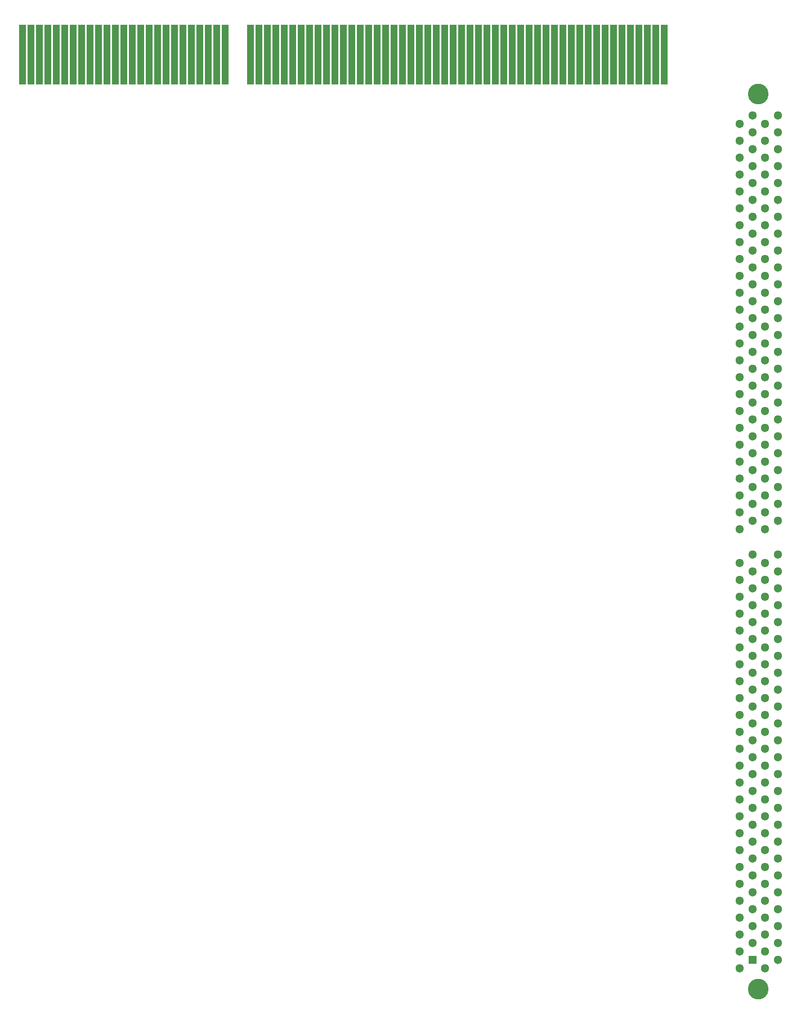
<source format=gbr>
%TF.GenerationSoftware,KiCad,Pcbnew,(5.1.6)-1*%
%TF.CreationDate,2023-02-01T13:27:27-05:00*%
%TF.ProjectId,A1200-adapter,41313230-302d-4616-9461-707465722e6b,rev?*%
%TF.SameCoordinates,Original*%
%TF.FileFunction,Soldermask,Top*%
%TF.FilePolarity,Negative*%
%FSLAX46Y46*%
G04 Gerber Fmt 4.6, Leading zero omitted, Abs format (unit mm)*
G04 Created by KiCad (PCBNEW (5.1.6)-1) date 2023-02-01 13:27:27*
%MOMM*%
%LPD*%
G01*
G04 APERTURE LIST*
%ADD10C,1.300000*%
%ADD11R,1.300000X1.300000*%
%ADD12C,3.100000*%
%ADD13R,0.100000X0.100000*%
%ADD14R,1.000000X9.100000*%
G04 APERTURE END LIST*
D10*
%TO.C,CON1*%
X161173000Y-104135000D03*
X157363000Y-104135000D03*
X159268000Y-105405000D03*
X155458000Y-105405000D03*
X155458000Y-102865000D03*
X159268000Y-102865000D03*
X157363000Y-101595000D03*
X161173000Y-101595000D03*
X161173000Y-96515000D03*
X157363000Y-96515000D03*
X159268000Y-97785000D03*
X155458000Y-97785000D03*
X155458000Y-100325000D03*
X159268000Y-100325000D03*
X157363000Y-99055000D03*
X161173000Y-99055000D03*
X161173000Y-88895000D03*
X157363000Y-88895000D03*
X159268000Y-90165000D03*
X155458000Y-90165000D03*
X155458000Y-87625000D03*
X159268000Y-87625000D03*
X157363000Y-86355000D03*
X161173000Y-86355000D03*
X161173000Y-91435000D03*
X157363000Y-91435000D03*
X159268000Y-92705000D03*
X155458000Y-92705000D03*
X155458000Y-95245000D03*
X159268000Y-95245000D03*
X157363000Y-93975000D03*
X161173000Y-93975000D03*
X161173000Y-73655000D03*
X157363000Y-73655000D03*
X159268000Y-74925000D03*
X155458000Y-74925000D03*
X155458000Y-72385000D03*
X159268000Y-72385000D03*
X157363000Y-71115000D03*
X161173000Y-71115000D03*
X161173000Y-66035000D03*
X157363000Y-66035000D03*
X159268000Y-67305000D03*
X155458000Y-67305000D03*
X155458000Y-69845000D03*
X159268000Y-69845000D03*
X157363000Y-68575000D03*
X161173000Y-68575000D03*
X161173000Y-78735000D03*
X157363000Y-78735000D03*
X159268000Y-80005000D03*
X155458000Y-80005000D03*
X155458000Y-77465000D03*
X159268000Y-77465000D03*
X157363000Y-76195000D03*
X161173000Y-76195000D03*
X161173000Y-81275000D03*
X157363000Y-81275000D03*
X159268000Y-82545000D03*
X155458000Y-82545000D03*
X155458000Y-85085000D03*
X159268000Y-85085000D03*
X157363000Y-83815000D03*
X161173000Y-83815000D03*
X161173000Y-60955000D03*
X157363000Y-60955000D03*
X159268000Y-62225000D03*
X155458000Y-62225000D03*
X155458000Y-59685000D03*
X159268000Y-59685000D03*
X157363000Y-58415000D03*
X161173000Y-58415000D03*
X161173000Y-53335000D03*
X157363000Y-53335000D03*
X159268000Y-54605000D03*
X155458000Y-54605000D03*
X155458000Y-57145000D03*
X159268000Y-57145000D03*
X157363000Y-55875000D03*
X161173000Y-55875000D03*
X161173000Y-45715000D03*
X157363000Y-45715000D03*
X159268000Y-46985000D03*
X155458000Y-46985000D03*
X155458000Y-44445000D03*
X159268000Y-44445000D03*
X157363000Y-43175000D03*
X161173000Y-43175000D03*
X161173000Y-48255000D03*
X157363000Y-48255000D03*
X159268000Y-49525000D03*
X155458000Y-49525000D03*
X155458000Y-52065000D03*
X159268000Y-52065000D03*
X157363000Y-50795000D03*
X161173000Y-50795000D03*
X161173000Y-63495000D03*
X157363000Y-63495000D03*
X159268000Y-64765000D03*
X155458000Y-64765000D03*
X155458000Y-130805000D03*
X159268000Y-130805000D03*
X157363000Y-129535000D03*
X161173000Y-129535000D03*
X161173000Y-116835000D03*
X157363000Y-116835000D03*
X159268000Y-118105000D03*
X155458000Y-118105000D03*
X155458000Y-115565000D03*
X159268000Y-115565000D03*
X157363000Y-114295000D03*
X161173000Y-114295000D03*
X161173000Y-109215000D03*
X157363000Y-109215000D03*
X159268000Y-110485000D03*
X155458000Y-110485000D03*
X155458000Y-113025000D03*
X159268000Y-113025000D03*
X157363000Y-111755000D03*
X161173000Y-111755000D03*
X161173000Y-121915000D03*
X157363000Y-121915000D03*
X159268000Y-123185000D03*
X155458000Y-123185000D03*
X155458000Y-120645000D03*
X159268000Y-120645000D03*
X157363000Y-119375000D03*
X161173000Y-119375000D03*
X161173000Y-124455000D03*
X157363000Y-124455000D03*
X159268000Y-125725000D03*
X155458000Y-125725000D03*
X155458000Y-128265000D03*
X159268000Y-128265000D03*
X157363000Y-126995000D03*
X161173000Y-126995000D03*
X161173000Y-149855000D03*
X157363000Y-149855000D03*
X159268000Y-151125000D03*
X155458000Y-151125000D03*
X155458000Y-148585000D03*
X159268000Y-148585000D03*
X157363000Y-147315000D03*
X161173000Y-147315000D03*
X161173000Y-142235000D03*
X157363000Y-142235000D03*
X159268000Y-143505000D03*
X155458000Y-143505000D03*
X155458000Y-146045000D03*
X159268000Y-146045000D03*
X157363000Y-144775000D03*
X161173000Y-144775000D03*
X161173000Y-134615000D03*
X157363000Y-134615000D03*
X159268000Y-135885000D03*
X155458000Y-135885000D03*
X155458000Y-133345000D03*
X159268000Y-133345000D03*
X157363000Y-132075000D03*
X161173000Y-132075000D03*
X161173000Y-137155000D03*
X157363000Y-137155000D03*
X159268000Y-138425000D03*
X155458000Y-138425000D03*
X155458000Y-140965000D03*
X159268000Y-140965000D03*
X157363000Y-139695000D03*
X161173000Y-139695000D03*
X161173000Y-160015000D03*
X157363000Y-160015000D03*
X159268000Y-161285000D03*
X155458000Y-161285000D03*
X155458000Y-158745000D03*
X159268000Y-158745000D03*
X157363000Y-157475000D03*
X161173000Y-157475000D03*
X161173000Y-152395000D03*
X157363000Y-152395000D03*
X159268000Y-153665000D03*
X155458000Y-153665000D03*
X155458000Y-156205000D03*
X159268000Y-156205000D03*
X157363000Y-154935000D03*
X161173000Y-154935000D03*
X161173000Y-165095000D03*
X157363000Y-165095000D03*
X159268000Y-166365000D03*
X155458000Y-166365000D03*
X155458000Y-163825000D03*
X159268000Y-163825000D03*
X157363000Y-162555000D03*
X161173000Y-162555000D03*
X161173000Y-167635000D03*
X157363000Y-167635000D03*
X159268000Y-168905000D03*
X155458000Y-168905000D03*
X155458000Y-171445000D03*
X159268000Y-171445000D03*
D11*
X157363000Y-170175000D03*
D10*
X161173000Y-170175000D03*
D12*
X158252000Y-40000000D03*
X158252000Y-174620000D03*
%TD*%
D13*
%TO.C,CON2*%
X47576700Y-34005500D03*
D14*
X70436700Y-34005500D03*
X61546700Y-34005500D03*
X52656700Y-34005500D03*
X66626700Y-34005500D03*
X60276700Y-34005500D03*
X55196700Y-34005500D03*
X71706700Y-34005500D03*
X78056700Y-34005500D03*
X48846700Y-34005500D03*
X56466700Y-34005500D03*
X74246700Y-34005500D03*
X65356700Y-34005500D03*
X53926700Y-34005500D03*
X69166700Y-34005500D03*
X62816700Y-34005500D03*
X50116700Y-34005500D03*
X51386700Y-34005500D03*
X76786700Y-34005500D03*
X75516700Y-34005500D03*
X72976700Y-34005500D03*
X67896700Y-34005500D03*
X64086700Y-34005500D03*
X59006700Y-34005500D03*
X57736700Y-34005500D03*
X131396700Y-34005500D03*
X139016700Y-34005500D03*
X130126700Y-34005500D03*
X132666700Y-34005500D03*
X140286700Y-34005500D03*
X135206700Y-34005500D03*
X136476700Y-34005500D03*
X142826700Y-34005500D03*
X133936700Y-34005500D03*
X141556700Y-34005500D03*
D13*
X144096700Y-34005500D03*
D14*
X144096700Y-34005500D03*
X137746700Y-34005500D03*
X104726700Y-34005500D03*
X84406700Y-34005500D03*
X107266700Y-34005500D03*
X94566700Y-34005500D03*
X118696700Y-34005500D03*
X98376700Y-34005500D03*
X108536700Y-34005500D03*
X102186700Y-34005500D03*
X99646700Y-34005500D03*
X90756700Y-34005500D03*
X95836700Y-34005500D03*
X109806700Y-34005500D03*
X117426700Y-34005500D03*
X93296700Y-34005500D03*
X100916700Y-34005500D03*
X127586700Y-34005500D03*
X103456700Y-34005500D03*
X122506700Y-34005500D03*
X88216700Y-34005500D03*
X97106700Y-34005500D03*
X111076700Y-34005500D03*
X119966700Y-34005500D03*
X114886700Y-34005500D03*
X92026700Y-34005500D03*
X85676700Y-34005500D03*
X83136700Y-34005500D03*
X81866700Y-34005500D03*
X126316700Y-34005500D03*
X123776700Y-34005500D03*
X116156700Y-34005500D03*
X105996700Y-34005500D03*
X113616700Y-34005500D03*
X86946700Y-34005500D03*
X89486700Y-34005500D03*
X112346700Y-34005500D03*
X128856700Y-34005500D03*
X125046700Y-34005500D03*
X121236700Y-34005500D03*
X47574160Y-34008040D03*
%TD*%
M02*

</source>
